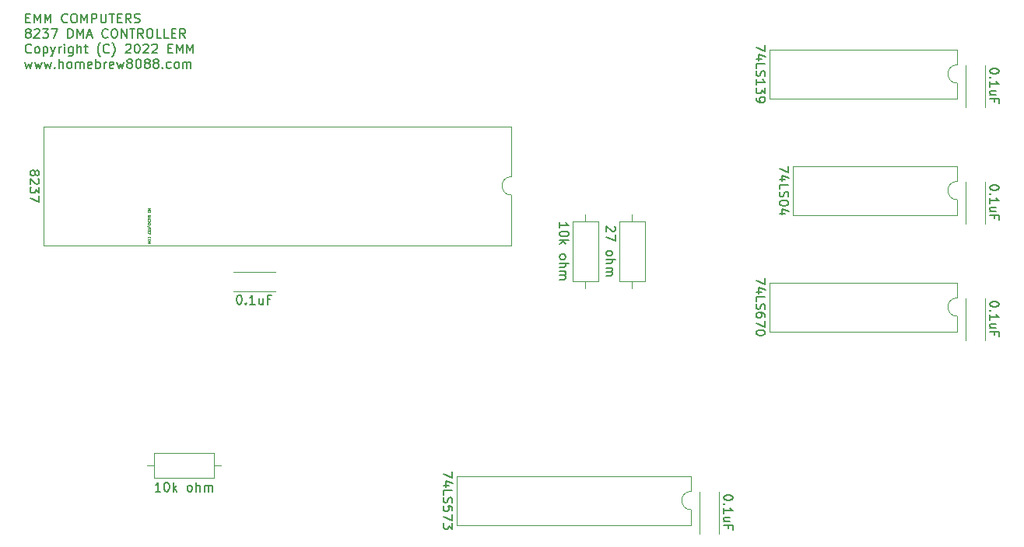
<source format=gbr>
G04 #@! TF.GenerationSoftware,KiCad,Pcbnew,(5.1.8)-1*
G04 #@! TF.CreationDate,2022-04-04T10:12:29-06:00*
G04 #@! TF.ProjectId,DMA,444d412e-6b69-4636-9164-5f7063625858,rev?*
G04 #@! TF.SameCoordinates,Original*
G04 #@! TF.FileFunction,Legend,Top*
G04 #@! TF.FilePolarity,Positive*
%FSLAX46Y46*%
G04 Gerber Fmt 4.6, Leading zero omitted, Abs format (unit mm)*
G04 Created by KiCad (PCBNEW (5.1.8)-1) date 2022-04-04 10:12:29*
%MOMM*%
%LPD*%
G01*
G04 APERTURE LIST*
%ADD10C,0.063500*%
%ADD11C,0.150000*%
%ADD12C,0.120000*%
G04 APERTURE END LIST*
D10*
X68711475Y-81399742D02*
X68965475Y-81399742D01*
X68711475Y-81544885D01*
X68965475Y-81544885D01*
X68965475Y-81714219D02*
X68965475Y-81762600D01*
X68953380Y-81786790D01*
X68929189Y-81810980D01*
X68880808Y-81823076D01*
X68796141Y-81823076D01*
X68747760Y-81810980D01*
X68723570Y-81786790D01*
X68711475Y-81762600D01*
X68711475Y-81714219D01*
X68723570Y-81690028D01*
X68747760Y-81665838D01*
X68796141Y-81653742D01*
X68880808Y-81653742D01*
X68929189Y-81665838D01*
X68953380Y-81690028D01*
X68965475Y-81714219D01*
X68711475Y-82125457D02*
X68965475Y-82125457D01*
X68965475Y-82185933D01*
X68953380Y-82222219D01*
X68929189Y-82246409D01*
X68904999Y-82258504D01*
X68856618Y-82270600D01*
X68820332Y-82270600D01*
X68771951Y-82258504D01*
X68747760Y-82246409D01*
X68723570Y-82222219D01*
X68711475Y-82185933D01*
X68711475Y-82125457D01*
X68784046Y-82367361D02*
X68784046Y-82488314D01*
X68711475Y-82343171D02*
X68965475Y-82427838D01*
X68711475Y-82512504D01*
X68735665Y-82742314D02*
X68723570Y-82730219D01*
X68711475Y-82693933D01*
X68711475Y-82669742D01*
X68723570Y-82633457D01*
X68747760Y-82609266D01*
X68771951Y-82597171D01*
X68820332Y-82585076D01*
X68856618Y-82585076D01*
X68904999Y-82597171D01*
X68929189Y-82609266D01*
X68953380Y-82633457D01*
X68965475Y-82669742D01*
X68965475Y-82693933D01*
X68953380Y-82730219D01*
X68941284Y-82742314D01*
X68711475Y-82851171D02*
X68965475Y-82851171D01*
X68711475Y-82996314D02*
X68856618Y-82887457D01*
X68965475Y-82996314D02*
X68820332Y-82851171D01*
X68965475Y-83153552D02*
X68965475Y-83177742D01*
X68953380Y-83201933D01*
X68941284Y-83214028D01*
X68917094Y-83226123D01*
X68868713Y-83238219D01*
X68808237Y-83238219D01*
X68759856Y-83226123D01*
X68735665Y-83214028D01*
X68723570Y-83201933D01*
X68711475Y-83177742D01*
X68711475Y-83153552D01*
X68723570Y-83129361D01*
X68735665Y-83117266D01*
X68759856Y-83105171D01*
X68808237Y-83093076D01*
X68868713Y-83093076D01*
X68917094Y-83105171D01*
X68941284Y-83117266D01*
X68953380Y-83129361D01*
X68965475Y-83153552D01*
X68977570Y-83528504D02*
X68650999Y-83310790D01*
X68711475Y-83758314D02*
X68832427Y-83673647D01*
X68711475Y-83613171D02*
X68965475Y-83613171D01*
X68965475Y-83709933D01*
X68953380Y-83734123D01*
X68941284Y-83746219D01*
X68917094Y-83758314D01*
X68880808Y-83758314D01*
X68856618Y-83746219D01*
X68844522Y-83734123D01*
X68832427Y-83709933D01*
X68832427Y-83613171D01*
X68844522Y-83867171D02*
X68844522Y-83951838D01*
X68711475Y-83988123D02*
X68711475Y-83867171D01*
X68965475Y-83867171D01*
X68965475Y-83988123D01*
X68844522Y-84181647D02*
X68844522Y-84096980D01*
X68711475Y-84096980D02*
X68965475Y-84096980D01*
X68965475Y-84217933D01*
X68735665Y-84653361D02*
X68723570Y-84641266D01*
X68711475Y-84604980D01*
X68711475Y-84580790D01*
X68723570Y-84544504D01*
X68747760Y-84520314D01*
X68771951Y-84508219D01*
X68820332Y-84496123D01*
X68856618Y-84496123D01*
X68904999Y-84508219D01*
X68929189Y-84520314D01*
X68953380Y-84544504D01*
X68965475Y-84580790D01*
X68965475Y-84604980D01*
X68953380Y-84641266D01*
X68941284Y-84653361D01*
X68965475Y-84810600D02*
X68965475Y-84858980D01*
X68953380Y-84883171D01*
X68929189Y-84907361D01*
X68880808Y-84919457D01*
X68796141Y-84919457D01*
X68747760Y-84907361D01*
X68723570Y-84883171D01*
X68711475Y-84858980D01*
X68711475Y-84810600D01*
X68723570Y-84786409D01*
X68747760Y-84762219D01*
X68796141Y-84750123D01*
X68880808Y-84750123D01*
X68929189Y-84762219D01*
X68953380Y-84786409D01*
X68965475Y-84810600D01*
X68711475Y-85028314D02*
X68965475Y-85028314D01*
X68711475Y-85173457D01*
X68965475Y-85173457D01*
D11*
X55445975Y-60674171D02*
X55779308Y-60674171D01*
X55922165Y-61197980D02*
X55445975Y-61197980D01*
X55445975Y-60197980D01*
X55922165Y-60197980D01*
X56350737Y-61197980D02*
X56350737Y-60197980D01*
X56684070Y-60912266D01*
X57017403Y-60197980D01*
X57017403Y-61197980D01*
X57493594Y-61197980D02*
X57493594Y-60197980D01*
X57826927Y-60912266D01*
X58160260Y-60197980D01*
X58160260Y-61197980D01*
X59969784Y-61102742D02*
X59922165Y-61150361D01*
X59779308Y-61197980D01*
X59684070Y-61197980D01*
X59541213Y-61150361D01*
X59445975Y-61055123D01*
X59398356Y-60959885D01*
X59350737Y-60769409D01*
X59350737Y-60626552D01*
X59398356Y-60436076D01*
X59445975Y-60340838D01*
X59541213Y-60245600D01*
X59684070Y-60197980D01*
X59779308Y-60197980D01*
X59922165Y-60245600D01*
X59969784Y-60293219D01*
X60588832Y-60197980D02*
X60779308Y-60197980D01*
X60874546Y-60245600D01*
X60969784Y-60340838D01*
X61017403Y-60531314D01*
X61017403Y-60864647D01*
X60969784Y-61055123D01*
X60874546Y-61150361D01*
X60779308Y-61197980D01*
X60588832Y-61197980D01*
X60493594Y-61150361D01*
X60398356Y-61055123D01*
X60350737Y-60864647D01*
X60350737Y-60531314D01*
X60398356Y-60340838D01*
X60493594Y-60245600D01*
X60588832Y-60197980D01*
X61445975Y-61197980D02*
X61445975Y-60197980D01*
X61779308Y-60912266D01*
X62112641Y-60197980D01*
X62112641Y-61197980D01*
X62588832Y-61197980D02*
X62588832Y-60197980D01*
X62969784Y-60197980D01*
X63065022Y-60245600D01*
X63112641Y-60293219D01*
X63160260Y-60388457D01*
X63160260Y-60531314D01*
X63112641Y-60626552D01*
X63065022Y-60674171D01*
X62969784Y-60721790D01*
X62588832Y-60721790D01*
X63588832Y-60197980D02*
X63588832Y-61007504D01*
X63636451Y-61102742D01*
X63684070Y-61150361D01*
X63779308Y-61197980D01*
X63969784Y-61197980D01*
X64065022Y-61150361D01*
X64112641Y-61102742D01*
X64160260Y-61007504D01*
X64160260Y-60197980D01*
X64493594Y-60197980D02*
X65065022Y-60197980D01*
X64779308Y-61197980D02*
X64779308Y-60197980D01*
X65398356Y-60674171D02*
X65731689Y-60674171D01*
X65874546Y-61197980D02*
X65398356Y-61197980D01*
X65398356Y-60197980D01*
X65874546Y-60197980D01*
X66874546Y-61197980D02*
X66541213Y-60721790D01*
X66303118Y-61197980D02*
X66303118Y-60197980D01*
X66684070Y-60197980D01*
X66779308Y-60245600D01*
X66826927Y-60293219D01*
X66874546Y-60388457D01*
X66874546Y-60531314D01*
X66826927Y-60626552D01*
X66779308Y-60674171D01*
X66684070Y-60721790D01*
X66303118Y-60721790D01*
X67255499Y-61150361D02*
X67398356Y-61197980D01*
X67636451Y-61197980D01*
X67731689Y-61150361D01*
X67779308Y-61102742D01*
X67826927Y-61007504D01*
X67826927Y-60912266D01*
X67779308Y-60817028D01*
X67731689Y-60769409D01*
X67636451Y-60721790D01*
X67445975Y-60674171D01*
X67350737Y-60626552D01*
X67303118Y-60578933D01*
X67255499Y-60483695D01*
X67255499Y-60388457D01*
X67303118Y-60293219D01*
X67350737Y-60245600D01*
X67445975Y-60197980D01*
X67684070Y-60197980D01*
X67826927Y-60245600D01*
X55588832Y-62276552D02*
X55493594Y-62228933D01*
X55445975Y-62181314D01*
X55398356Y-62086076D01*
X55398356Y-62038457D01*
X55445975Y-61943219D01*
X55493594Y-61895600D01*
X55588832Y-61847980D01*
X55779308Y-61847980D01*
X55874546Y-61895600D01*
X55922165Y-61943219D01*
X55969784Y-62038457D01*
X55969784Y-62086076D01*
X55922165Y-62181314D01*
X55874546Y-62228933D01*
X55779308Y-62276552D01*
X55588832Y-62276552D01*
X55493594Y-62324171D01*
X55445975Y-62371790D01*
X55398356Y-62467028D01*
X55398356Y-62657504D01*
X55445975Y-62752742D01*
X55493594Y-62800361D01*
X55588832Y-62847980D01*
X55779308Y-62847980D01*
X55874546Y-62800361D01*
X55922165Y-62752742D01*
X55969784Y-62657504D01*
X55969784Y-62467028D01*
X55922165Y-62371790D01*
X55874546Y-62324171D01*
X55779308Y-62276552D01*
X56350737Y-61943219D02*
X56398356Y-61895600D01*
X56493594Y-61847980D01*
X56731689Y-61847980D01*
X56826927Y-61895600D01*
X56874546Y-61943219D01*
X56922165Y-62038457D01*
X56922165Y-62133695D01*
X56874546Y-62276552D01*
X56303118Y-62847980D01*
X56922165Y-62847980D01*
X57255499Y-61847980D02*
X57874546Y-61847980D01*
X57541213Y-62228933D01*
X57684070Y-62228933D01*
X57779308Y-62276552D01*
X57826927Y-62324171D01*
X57874546Y-62419409D01*
X57874546Y-62657504D01*
X57826927Y-62752742D01*
X57779308Y-62800361D01*
X57684070Y-62847980D01*
X57398356Y-62847980D01*
X57303118Y-62800361D01*
X57255499Y-62752742D01*
X58207880Y-61847980D02*
X58874546Y-61847980D01*
X58445975Y-62847980D01*
X60017403Y-62847980D02*
X60017403Y-61847980D01*
X60255499Y-61847980D01*
X60398356Y-61895600D01*
X60493594Y-61990838D01*
X60541213Y-62086076D01*
X60588832Y-62276552D01*
X60588832Y-62419409D01*
X60541213Y-62609885D01*
X60493594Y-62705123D01*
X60398356Y-62800361D01*
X60255499Y-62847980D01*
X60017403Y-62847980D01*
X61017403Y-62847980D02*
X61017403Y-61847980D01*
X61350737Y-62562266D01*
X61684070Y-61847980D01*
X61684070Y-62847980D01*
X62112641Y-62562266D02*
X62588832Y-62562266D01*
X62017403Y-62847980D02*
X62350737Y-61847980D01*
X62684070Y-62847980D01*
X64350737Y-62752742D02*
X64303118Y-62800361D01*
X64160260Y-62847980D01*
X64065022Y-62847980D01*
X63922165Y-62800361D01*
X63826927Y-62705123D01*
X63779308Y-62609885D01*
X63731689Y-62419409D01*
X63731689Y-62276552D01*
X63779308Y-62086076D01*
X63826927Y-61990838D01*
X63922165Y-61895600D01*
X64065022Y-61847980D01*
X64160260Y-61847980D01*
X64303118Y-61895600D01*
X64350737Y-61943219D01*
X64969784Y-61847980D02*
X65160260Y-61847980D01*
X65255499Y-61895600D01*
X65350737Y-61990838D01*
X65398356Y-62181314D01*
X65398356Y-62514647D01*
X65350737Y-62705123D01*
X65255499Y-62800361D01*
X65160260Y-62847980D01*
X64969784Y-62847980D01*
X64874546Y-62800361D01*
X64779308Y-62705123D01*
X64731689Y-62514647D01*
X64731689Y-62181314D01*
X64779308Y-61990838D01*
X64874546Y-61895600D01*
X64969784Y-61847980D01*
X65826927Y-62847980D02*
X65826927Y-61847980D01*
X66398356Y-62847980D01*
X66398356Y-61847980D01*
X66731689Y-61847980D02*
X67303118Y-61847980D01*
X67017403Y-62847980D02*
X67017403Y-61847980D01*
X68207880Y-62847980D02*
X67874546Y-62371790D01*
X67636451Y-62847980D02*
X67636451Y-61847980D01*
X68017403Y-61847980D01*
X68112641Y-61895600D01*
X68160260Y-61943219D01*
X68207880Y-62038457D01*
X68207880Y-62181314D01*
X68160260Y-62276552D01*
X68112641Y-62324171D01*
X68017403Y-62371790D01*
X67636451Y-62371790D01*
X68826927Y-61847980D02*
X69017403Y-61847980D01*
X69112641Y-61895600D01*
X69207880Y-61990838D01*
X69255499Y-62181314D01*
X69255499Y-62514647D01*
X69207880Y-62705123D01*
X69112641Y-62800361D01*
X69017403Y-62847980D01*
X68826927Y-62847980D01*
X68731689Y-62800361D01*
X68636451Y-62705123D01*
X68588832Y-62514647D01*
X68588832Y-62181314D01*
X68636451Y-61990838D01*
X68731689Y-61895600D01*
X68826927Y-61847980D01*
X70160260Y-62847980D02*
X69684070Y-62847980D01*
X69684070Y-61847980D01*
X70969784Y-62847980D02*
X70493594Y-62847980D01*
X70493594Y-61847980D01*
X71303118Y-62324171D02*
X71636451Y-62324171D01*
X71779308Y-62847980D02*
X71303118Y-62847980D01*
X71303118Y-61847980D01*
X71779308Y-61847980D01*
X72779308Y-62847980D02*
X72445975Y-62371790D01*
X72207880Y-62847980D02*
X72207880Y-61847980D01*
X72588832Y-61847980D01*
X72684070Y-61895600D01*
X72731689Y-61943219D01*
X72779308Y-62038457D01*
X72779308Y-62181314D01*
X72731689Y-62276552D01*
X72684070Y-62324171D01*
X72588832Y-62371790D01*
X72207880Y-62371790D01*
X56017403Y-64402742D02*
X55969784Y-64450361D01*
X55826927Y-64497980D01*
X55731689Y-64497980D01*
X55588832Y-64450361D01*
X55493594Y-64355123D01*
X55445975Y-64259885D01*
X55398356Y-64069409D01*
X55398356Y-63926552D01*
X55445975Y-63736076D01*
X55493594Y-63640838D01*
X55588832Y-63545600D01*
X55731689Y-63497980D01*
X55826927Y-63497980D01*
X55969784Y-63545600D01*
X56017403Y-63593219D01*
X56588832Y-64497980D02*
X56493594Y-64450361D01*
X56445975Y-64402742D01*
X56398356Y-64307504D01*
X56398356Y-64021790D01*
X56445975Y-63926552D01*
X56493594Y-63878933D01*
X56588832Y-63831314D01*
X56731689Y-63831314D01*
X56826927Y-63878933D01*
X56874546Y-63926552D01*
X56922165Y-64021790D01*
X56922165Y-64307504D01*
X56874546Y-64402742D01*
X56826927Y-64450361D01*
X56731689Y-64497980D01*
X56588832Y-64497980D01*
X57350737Y-63831314D02*
X57350737Y-64831314D01*
X57350737Y-63878933D02*
X57445975Y-63831314D01*
X57636451Y-63831314D01*
X57731689Y-63878933D01*
X57779308Y-63926552D01*
X57826927Y-64021790D01*
X57826927Y-64307504D01*
X57779308Y-64402742D01*
X57731689Y-64450361D01*
X57636451Y-64497980D01*
X57445975Y-64497980D01*
X57350737Y-64450361D01*
X58160260Y-63831314D02*
X58398356Y-64497980D01*
X58636451Y-63831314D02*
X58398356Y-64497980D01*
X58303118Y-64736076D01*
X58255499Y-64783695D01*
X58160260Y-64831314D01*
X59017403Y-64497980D02*
X59017403Y-63831314D01*
X59017403Y-64021790D02*
X59065022Y-63926552D01*
X59112641Y-63878933D01*
X59207880Y-63831314D01*
X59303118Y-63831314D01*
X59636451Y-64497980D02*
X59636451Y-63831314D01*
X59636451Y-63497980D02*
X59588832Y-63545600D01*
X59636451Y-63593219D01*
X59684070Y-63545600D01*
X59636451Y-63497980D01*
X59636451Y-63593219D01*
X60541213Y-63831314D02*
X60541213Y-64640838D01*
X60493594Y-64736076D01*
X60445975Y-64783695D01*
X60350737Y-64831314D01*
X60207880Y-64831314D01*
X60112641Y-64783695D01*
X60541213Y-64450361D02*
X60445975Y-64497980D01*
X60255499Y-64497980D01*
X60160260Y-64450361D01*
X60112641Y-64402742D01*
X60065022Y-64307504D01*
X60065022Y-64021790D01*
X60112641Y-63926552D01*
X60160260Y-63878933D01*
X60255499Y-63831314D01*
X60445975Y-63831314D01*
X60541213Y-63878933D01*
X61017403Y-64497980D02*
X61017403Y-63497980D01*
X61445975Y-64497980D02*
X61445975Y-63974171D01*
X61398356Y-63878933D01*
X61303118Y-63831314D01*
X61160260Y-63831314D01*
X61065022Y-63878933D01*
X61017403Y-63926552D01*
X61779308Y-63831314D02*
X62160260Y-63831314D01*
X61922165Y-63497980D02*
X61922165Y-64355123D01*
X61969784Y-64450361D01*
X62065022Y-64497980D01*
X62160260Y-64497980D01*
X63541213Y-64878933D02*
X63493594Y-64831314D01*
X63398356Y-64688457D01*
X63350737Y-64593219D01*
X63303118Y-64450361D01*
X63255499Y-64212266D01*
X63255499Y-64021790D01*
X63303118Y-63783695D01*
X63350737Y-63640838D01*
X63398356Y-63545600D01*
X63493594Y-63402742D01*
X63541213Y-63355123D01*
X64493594Y-64402742D02*
X64445975Y-64450361D01*
X64303118Y-64497980D01*
X64207880Y-64497980D01*
X64065022Y-64450361D01*
X63969784Y-64355123D01*
X63922165Y-64259885D01*
X63874546Y-64069409D01*
X63874546Y-63926552D01*
X63922165Y-63736076D01*
X63969784Y-63640838D01*
X64065022Y-63545600D01*
X64207880Y-63497980D01*
X64303118Y-63497980D01*
X64445975Y-63545600D01*
X64493594Y-63593219D01*
X64826927Y-64878933D02*
X64874546Y-64831314D01*
X64969784Y-64688457D01*
X65017403Y-64593219D01*
X65065022Y-64450361D01*
X65112641Y-64212266D01*
X65112641Y-64021790D01*
X65065022Y-63783695D01*
X65017403Y-63640838D01*
X64969784Y-63545600D01*
X64874546Y-63402742D01*
X64826927Y-63355123D01*
X66303118Y-63593219D02*
X66350737Y-63545600D01*
X66445975Y-63497980D01*
X66684070Y-63497980D01*
X66779308Y-63545600D01*
X66826927Y-63593219D01*
X66874546Y-63688457D01*
X66874546Y-63783695D01*
X66826927Y-63926552D01*
X66255499Y-64497980D01*
X66874546Y-64497980D01*
X67493594Y-63497980D02*
X67588832Y-63497980D01*
X67684070Y-63545600D01*
X67731689Y-63593219D01*
X67779308Y-63688457D01*
X67826927Y-63878933D01*
X67826927Y-64117028D01*
X67779308Y-64307504D01*
X67731689Y-64402742D01*
X67684070Y-64450361D01*
X67588832Y-64497980D01*
X67493594Y-64497980D01*
X67398356Y-64450361D01*
X67350737Y-64402742D01*
X67303118Y-64307504D01*
X67255499Y-64117028D01*
X67255499Y-63878933D01*
X67303118Y-63688457D01*
X67350737Y-63593219D01*
X67398356Y-63545600D01*
X67493594Y-63497980D01*
X68207880Y-63593219D02*
X68255499Y-63545600D01*
X68350737Y-63497980D01*
X68588832Y-63497980D01*
X68684070Y-63545600D01*
X68731689Y-63593219D01*
X68779308Y-63688457D01*
X68779308Y-63783695D01*
X68731689Y-63926552D01*
X68160260Y-64497980D01*
X68779308Y-64497980D01*
X69160260Y-63593219D02*
X69207880Y-63545600D01*
X69303118Y-63497980D01*
X69541213Y-63497980D01*
X69636451Y-63545600D01*
X69684070Y-63593219D01*
X69731689Y-63688457D01*
X69731689Y-63783695D01*
X69684070Y-63926552D01*
X69112641Y-64497980D01*
X69731689Y-64497980D01*
X70922165Y-63974171D02*
X71255499Y-63974171D01*
X71398356Y-64497980D02*
X70922165Y-64497980D01*
X70922165Y-63497980D01*
X71398356Y-63497980D01*
X71826927Y-64497980D02*
X71826927Y-63497980D01*
X72160260Y-64212266D01*
X72493594Y-63497980D01*
X72493594Y-64497980D01*
X72969784Y-64497980D02*
X72969784Y-63497980D01*
X73303118Y-64212266D01*
X73636451Y-63497980D01*
X73636451Y-64497980D01*
X55350737Y-65481314D02*
X55541213Y-66147980D01*
X55731689Y-65671790D01*
X55922165Y-66147980D01*
X56112641Y-65481314D01*
X56398356Y-65481314D02*
X56588832Y-66147980D01*
X56779308Y-65671790D01*
X56969784Y-66147980D01*
X57160260Y-65481314D01*
X57445975Y-65481314D02*
X57636451Y-66147980D01*
X57826927Y-65671790D01*
X58017403Y-66147980D01*
X58207880Y-65481314D01*
X58588832Y-66052742D02*
X58636451Y-66100361D01*
X58588832Y-66147980D01*
X58541213Y-66100361D01*
X58588832Y-66052742D01*
X58588832Y-66147980D01*
X59065022Y-66147980D02*
X59065022Y-65147980D01*
X59493594Y-66147980D02*
X59493594Y-65624171D01*
X59445975Y-65528933D01*
X59350737Y-65481314D01*
X59207880Y-65481314D01*
X59112641Y-65528933D01*
X59065022Y-65576552D01*
X60112641Y-66147980D02*
X60017403Y-66100361D01*
X59969784Y-66052742D01*
X59922165Y-65957504D01*
X59922165Y-65671790D01*
X59969784Y-65576552D01*
X60017403Y-65528933D01*
X60112641Y-65481314D01*
X60255499Y-65481314D01*
X60350737Y-65528933D01*
X60398356Y-65576552D01*
X60445975Y-65671790D01*
X60445975Y-65957504D01*
X60398356Y-66052742D01*
X60350737Y-66100361D01*
X60255499Y-66147980D01*
X60112641Y-66147980D01*
X60874546Y-66147980D02*
X60874546Y-65481314D01*
X60874546Y-65576552D02*
X60922165Y-65528933D01*
X61017403Y-65481314D01*
X61160260Y-65481314D01*
X61255499Y-65528933D01*
X61303118Y-65624171D01*
X61303118Y-66147980D01*
X61303118Y-65624171D02*
X61350737Y-65528933D01*
X61445975Y-65481314D01*
X61588832Y-65481314D01*
X61684070Y-65528933D01*
X61731689Y-65624171D01*
X61731689Y-66147980D01*
X62588832Y-66100361D02*
X62493594Y-66147980D01*
X62303118Y-66147980D01*
X62207880Y-66100361D01*
X62160260Y-66005123D01*
X62160260Y-65624171D01*
X62207880Y-65528933D01*
X62303118Y-65481314D01*
X62493594Y-65481314D01*
X62588832Y-65528933D01*
X62636451Y-65624171D01*
X62636451Y-65719409D01*
X62160260Y-65814647D01*
X63065022Y-66147980D02*
X63065022Y-65147980D01*
X63065022Y-65528933D02*
X63160260Y-65481314D01*
X63350737Y-65481314D01*
X63445975Y-65528933D01*
X63493594Y-65576552D01*
X63541213Y-65671790D01*
X63541213Y-65957504D01*
X63493594Y-66052742D01*
X63445975Y-66100361D01*
X63350737Y-66147980D01*
X63160260Y-66147980D01*
X63065022Y-66100361D01*
X63969784Y-66147980D02*
X63969784Y-65481314D01*
X63969784Y-65671790D02*
X64017403Y-65576552D01*
X64065022Y-65528933D01*
X64160260Y-65481314D01*
X64255499Y-65481314D01*
X64969784Y-66100361D02*
X64874546Y-66147980D01*
X64684070Y-66147980D01*
X64588832Y-66100361D01*
X64541213Y-66005123D01*
X64541213Y-65624171D01*
X64588832Y-65528933D01*
X64684070Y-65481314D01*
X64874546Y-65481314D01*
X64969784Y-65528933D01*
X65017403Y-65624171D01*
X65017403Y-65719409D01*
X64541213Y-65814647D01*
X65350737Y-65481314D02*
X65541213Y-66147980D01*
X65731689Y-65671790D01*
X65922165Y-66147980D01*
X66112641Y-65481314D01*
X66636451Y-65576552D02*
X66541213Y-65528933D01*
X66493594Y-65481314D01*
X66445975Y-65386076D01*
X66445975Y-65338457D01*
X66493594Y-65243219D01*
X66541213Y-65195600D01*
X66636451Y-65147980D01*
X66826927Y-65147980D01*
X66922165Y-65195600D01*
X66969784Y-65243219D01*
X67017403Y-65338457D01*
X67017403Y-65386076D01*
X66969784Y-65481314D01*
X66922165Y-65528933D01*
X66826927Y-65576552D01*
X66636451Y-65576552D01*
X66541213Y-65624171D01*
X66493594Y-65671790D01*
X66445975Y-65767028D01*
X66445975Y-65957504D01*
X66493594Y-66052742D01*
X66541213Y-66100361D01*
X66636451Y-66147980D01*
X66826927Y-66147980D01*
X66922165Y-66100361D01*
X66969784Y-66052742D01*
X67017403Y-65957504D01*
X67017403Y-65767028D01*
X66969784Y-65671790D01*
X66922165Y-65624171D01*
X66826927Y-65576552D01*
X67636451Y-65147980D02*
X67731689Y-65147980D01*
X67826927Y-65195600D01*
X67874546Y-65243219D01*
X67922165Y-65338457D01*
X67969784Y-65528933D01*
X67969784Y-65767028D01*
X67922165Y-65957504D01*
X67874546Y-66052742D01*
X67826927Y-66100361D01*
X67731689Y-66147980D01*
X67636451Y-66147980D01*
X67541213Y-66100361D01*
X67493594Y-66052742D01*
X67445975Y-65957504D01*
X67398356Y-65767028D01*
X67398356Y-65528933D01*
X67445975Y-65338457D01*
X67493594Y-65243219D01*
X67541213Y-65195600D01*
X67636451Y-65147980D01*
X68541213Y-65576552D02*
X68445975Y-65528933D01*
X68398356Y-65481314D01*
X68350737Y-65386076D01*
X68350737Y-65338457D01*
X68398356Y-65243219D01*
X68445975Y-65195600D01*
X68541213Y-65147980D01*
X68731689Y-65147980D01*
X68826927Y-65195600D01*
X68874546Y-65243219D01*
X68922165Y-65338457D01*
X68922165Y-65386076D01*
X68874546Y-65481314D01*
X68826927Y-65528933D01*
X68731689Y-65576552D01*
X68541213Y-65576552D01*
X68445975Y-65624171D01*
X68398356Y-65671790D01*
X68350737Y-65767028D01*
X68350737Y-65957504D01*
X68398356Y-66052742D01*
X68445975Y-66100361D01*
X68541213Y-66147980D01*
X68731689Y-66147980D01*
X68826927Y-66100361D01*
X68874546Y-66052742D01*
X68922165Y-65957504D01*
X68922165Y-65767028D01*
X68874546Y-65671790D01*
X68826927Y-65624171D01*
X68731689Y-65576552D01*
X69493594Y-65576552D02*
X69398356Y-65528933D01*
X69350737Y-65481314D01*
X69303118Y-65386076D01*
X69303118Y-65338457D01*
X69350737Y-65243219D01*
X69398356Y-65195600D01*
X69493594Y-65147980D01*
X69684070Y-65147980D01*
X69779308Y-65195600D01*
X69826927Y-65243219D01*
X69874546Y-65338457D01*
X69874546Y-65386076D01*
X69826927Y-65481314D01*
X69779308Y-65528933D01*
X69684070Y-65576552D01*
X69493594Y-65576552D01*
X69398356Y-65624171D01*
X69350737Y-65671790D01*
X69303118Y-65767028D01*
X69303118Y-65957504D01*
X69350737Y-66052742D01*
X69398356Y-66100361D01*
X69493594Y-66147980D01*
X69684070Y-66147980D01*
X69779308Y-66100361D01*
X69826927Y-66052742D01*
X69874546Y-65957504D01*
X69874546Y-65767028D01*
X69826927Y-65671790D01*
X69779308Y-65624171D01*
X69684070Y-65576552D01*
X70303118Y-66052742D02*
X70350737Y-66100361D01*
X70303118Y-66147980D01*
X70255499Y-66100361D01*
X70303118Y-66052742D01*
X70303118Y-66147980D01*
X71207880Y-66100361D02*
X71112641Y-66147980D01*
X70922165Y-66147980D01*
X70826927Y-66100361D01*
X70779308Y-66052742D01*
X70731689Y-65957504D01*
X70731689Y-65671790D01*
X70779308Y-65576552D01*
X70826927Y-65528933D01*
X70922165Y-65481314D01*
X71112641Y-65481314D01*
X71207880Y-65528933D01*
X71779308Y-66147980D02*
X71684070Y-66100361D01*
X71636451Y-66052742D01*
X71588832Y-65957504D01*
X71588832Y-65671790D01*
X71636451Y-65576552D01*
X71684070Y-65528933D01*
X71779308Y-65481314D01*
X71922165Y-65481314D01*
X72017403Y-65528933D01*
X72065022Y-65576552D01*
X72112641Y-65671790D01*
X72112641Y-65957504D01*
X72065022Y-66052742D01*
X72017403Y-66100361D01*
X71922165Y-66147980D01*
X71779308Y-66147980D01*
X72541213Y-66147980D02*
X72541213Y-65481314D01*
X72541213Y-65576552D02*
X72588832Y-65528933D01*
X72684070Y-65481314D01*
X72826927Y-65481314D01*
X72922165Y-65528933D01*
X72969784Y-65624171D01*
X72969784Y-66147980D01*
X72969784Y-65624171D02*
X73017403Y-65528933D01*
X73112641Y-65481314D01*
X73255499Y-65481314D01*
X73350737Y-65528933D01*
X73398356Y-65624171D01*
X73398356Y-66147980D01*
D12*
G04 #@! TO.C,R3*
X121404380Y-90120600D02*
X121404380Y-89350600D01*
X121404380Y-82040600D02*
X121404380Y-82810600D01*
X122774380Y-89350600D02*
X122774380Y-82810600D01*
X120034380Y-89350600D02*
X122774380Y-89350600D01*
X120034380Y-82810600D02*
X120034380Y-89350600D01*
X122774380Y-82810600D02*
X120034380Y-82810600D01*
G04 #@! TO.C,R1*
X69366380Y-108078600D02*
X69366380Y-110818600D01*
X69366380Y-110818600D02*
X75906380Y-110818600D01*
X75906380Y-110818600D02*
X75906380Y-108078600D01*
X75906380Y-108078600D02*
X69366380Y-108078600D01*
X68596380Y-109448600D02*
X69366380Y-109448600D01*
X76676380Y-109448600D02*
X75906380Y-109448600D01*
G04 #@! TO.C,U2*
X156770380Y-69426600D02*
X156770380Y-67776600D01*
X136330380Y-69426600D02*
X156770380Y-69426600D01*
X136330380Y-64126600D02*
X136330380Y-69426600D01*
X156770380Y-64126600D02*
X136330380Y-64126600D01*
X156770380Y-65776600D02*
X156770380Y-64126600D01*
X156770380Y-67776600D02*
G75*
G02*
X156770380Y-65776600I0J1000000D01*
G01*
G04 #@! TO.C,U1*
X108256380Y-85428600D02*
X108256380Y-79968600D01*
X57336380Y-85428600D02*
X108256380Y-85428600D01*
X57336380Y-72508600D02*
X57336380Y-85428600D01*
X108256380Y-72508600D02*
X57336380Y-72508600D01*
X108256380Y-77968600D02*
X108256380Y-72508600D01*
X108256380Y-79968600D02*
G75*
G02*
X108256380Y-77968600I0J1000000D01*
G01*
G04 #@! TO.C,U4*
X156770380Y-94826600D02*
X156770380Y-93176600D01*
X136330380Y-94826600D02*
X156770380Y-94826600D01*
X136330380Y-89526600D02*
X136330380Y-94826600D01*
X156770380Y-89526600D02*
X136330380Y-89526600D01*
X156770380Y-91176600D02*
X156770380Y-89526600D01*
X156770380Y-93176600D02*
G75*
G02*
X156770380Y-91176600I0J1000000D01*
G01*
G04 #@! TO.C,U3*
X156770380Y-82126600D02*
X156770380Y-80476600D01*
X138870380Y-82126600D02*
X156770380Y-82126600D01*
X138870380Y-76826600D02*
X138870380Y-82126600D01*
X156770380Y-76826600D02*
X138870380Y-76826600D01*
X156770380Y-78476600D02*
X156770380Y-76826600D01*
X156770380Y-80476600D02*
G75*
G02*
X156770380Y-78476600I0J1000000D01*
G01*
G04 #@! TO.C,R2*
X116324380Y-90120600D02*
X116324380Y-89350600D01*
X116324380Y-82040600D02*
X116324380Y-82810600D01*
X117694380Y-89350600D02*
X117694380Y-82810600D01*
X114954380Y-89350600D02*
X117694380Y-89350600D01*
X114954380Y-82810600D02*
X114954380Y-89350600D01*
X117694380Y-82810600D02*
X114954380Y-82810600D01*
G04 #@! TO.C,C5*
X128731380Y-116838600D02*
X128716380Y-116838600D01*
X130856380Y-116838600D02*
X130841380Y-116838600D01*
X128731380Y-112298600D02*
X128716380Y-112298600D01*
X130856380Y-112298600D02*
X130841380Y-112298600D01*
X128716380Y-112298600D02*
X128716380Y-116838600D01*
X130856380Y-112298600D02*
X130856380Y-116838600D01*
G04 #@! TO.C,C4*
X157687380Y-95756600D02*
X157672380Y-95756600D01*
X159812380Y-95756600D02*
X159797380Y-95756600D01*
X157687380Y-91216600D02*
X157672380Y-91216600D01*
X159812380Y-91216600D02*
X159797380Y-91216600D01*
X157672380Y-91216600D02*
X157672380Y-95756600D01*
X159812380Y-91216600D02*
X159812380Y-95756600D01*
G04 #@! TO.C,C3*
X157687380Y-83056600D02*
X157672380Y-83056600D01*
X159812380Y-83056600D02*
X159797380Y-83056600D01*
X157687380Y-78516600D02*
X157672380Y-78516600D01*
X159812380Y-78516600D02*
X159797380Y-78516600D01*
X157672380Y-78516600D02*
X157672380Y-83056600D01*
X159812380Y-78516600D02*
X159812380Y-83056600D01*
G04 #@! TO.C,C2*
X157687380Y-70356600D02*
X157672380Y-70356600D01*
X159812380Y-70356600D02*
X159797380Y-70356600D01*
X157687380Y-65816600D02*
X157672380Y-65816600D01*
X159812380Y-65816600D02*
X159797380Y-65816600D01*
X157672380Y-65816600D02*
X157672380Y-70356600D01*
X159812380Y-65816600D02*
X159812380Y-70356600D01*
G04 #@! TO.C,C1*
X82566380Y-90437600D02*
X82566380Y-90452600D01*
X82566380Y-88312600D02*
X82566380Y-88327600D01*
X78026380Y-90437600D02*
X78026380Y-90452600D01*
X78026380Y-88312600D02*
X78026380Y-88327600D01*
X78026380Y-90452600D02*
X82566380Y-90452600D01*
X78026380Y-88312600D02*
X82566380Y-88312600D01*
G04 #@! TO.C,U5*
X127814380Y-112258600D02*
X127814380Y-110608600D01*
X127814380Y-110608600D02*
X102294380Y-110608600D01*
X102294380Y-110608600D02*
X102294380Y-115908600D01*
X102294380Y-115908600D02*
X127814380Y-115908600D01*
X127814380Y-115908600D02*
X127814380Y-114258600D01*
X127814380Y-114258600D02*
G75*
G02*
X127814380Y-112258600I0J1000000D01*
G01*
G04 #@! TO.C,R3*
D11*
X119486760Y-83366314D02*
X119534380Y-83413933D01*
X119581999Y-83509171D01*
X119581999Y-83747266D01*
X119534380Y-83842504D01*
X119486760Y-83890123D01*
X119391522Y-83937742D01*
X119296284Y-83937742D01*
X119153427Y-83890123D01*
X118581999Y-83318695D01*
X118581999Y-83937742D01*
X119581999Y-84271076D02*
X119581999Y-84937742D01*
X118581999Y-84509171D01*
X118581999Y-86223457D02*
X118629618Y-86128219D01*
X118677237Y-86080600D01*
X118772475Y-86032980D01*
X119058189Y-86032980D01*
X119153427Y-86080600D01*
X119201046Y-86128219D01*
X119248665Y-86223457D01*
X119248665Y-86366314D01*
X119201046Y-86461552D01*
X119153427Y-86509171D01*
X119058189Y-86556790D01*
X118772475Y-86556790D01*
X118677237Y-86509171D01*
X118629618Y-86461552D01*
X118581999Y-86366314D01*
X118581999Y-86223457D01*
X118581999Y-86985361D02*
X119581999Y-86985361D01*
X118581999Y-87413933D02*
X119105808Y-87413933D01*
X119201046Y-87366314D01*
X119248665Y-87271076D01*
X119248665Y-87128219D01*
X119201046Y-87032980D01*
X119153427Y-86985361D01*
X118581999Y-87890123D02*
X119248665Y-87890123D01*
X119153427Y-87890123D02*
X119201046Y-87937742D01*
X119248665Y-88032980D01*
X119248665Y-88175838D01*
X119201046Y-88271076D01*
X119105808Y-88318695D01*
X118581999Y-88318695D01*
X119105808Y-88318695D02*
X119201046Y-88366314D01*
X119248665Y-88461552D01*
X119248665Y-88604409D01*
X119201046Y-88699647D01*
X119105808Y-88747266D01*
X118581999Y-88747266D01*
G04 #@! TO.C,R1*
X70088760Y-112270980D02*
X69517332Y-112270980D01*
X69803046Y-112270980D02*
X69803046Y-111270980D01*
X69707808Y-111413838D01*
X69612570Y-111509076D01*
X69517332Y-111556695D01*
X70707808Y-111270980D02*
X70803046Y-111270980D01*
X70898284Y-111318600D01*
X70945903Y-111366219D01*
X70993522Y-111461457D01*
X71041141Y-111651933D01*
X71041141Y-111890028D01*
X70993522Y-112080504D01*
X70945903Y-112175742D01*
X70898284Y-112223361D01*
X70803046Y-112270980D01*
X70707808Y-112270980D01*
X70612570Y-112223361D01*
X70564951Y-112175742D01*
X70517332Y-112080504D01*
X70469713Y-111890028D01*
X70469713Y-111651933D01*
X70517332Y-111461457D01*
X70564951Y-111366219D01*
X70612570Y-111318600D01*
X70707808Y-111270980D01*
X71469713Y-112270980D02*
X71469713Y-111270980D01*
X71564951Y-111890028D02*
X71850665Y-112270980D01*
X71850665Y-111604314D02*
X71469713Y-111985266D01*
X73183999Y-112270980D02*
X73088760Y-112223361D01*
X73041141Y-112175742D01*
X72993522Y-112080504D01*
X72993522Y-111794790D01*
X73041141Y-111699552D01*
X73088760Y-111651933D01*
X73183999Y-111604314D01*
X73326856Y-111604314D01*
X73422094Y-111651933D01*
X73469713Y-111699552D01*
X73517332Y-111794790D01*
X73517332Y-112080504D01*
X73469713Y-112175742D01*
X73422094Y-112223361D01*
X73326856Y-112270980D01*
X73183999Y-112270980D01*
X73945903Y-112270980D02*
X73945903Y-111270980D01*
X74374475Y-112270980D02*
X74374475Y-111747171D01*
X74326856Y-111651933D01*
X74231618Y-111604314D01*
X74088760Y-111604314D01*
X73993522Y-111651933D01*
X73945903Y-111699552D01*
X74850665Y-112270980D02*
X74850665Y-111604314D01*
X74850665Y-111699552D02*
X74898284Y-111651933D01*
X74993522Y-111604314D01*
X75136380Y-111604314D01*
X75231618Y-111651933D01*
X75279237Y-111747171D01*
X75279237Y-112270980D01*
X75279237Y-111747171D02*
X75326856Y-111651933D01*
X75422094Y-111604314D01*
X75564951Y-111604314D01*
X75660189Y-111651933D01*
X75707808Y-111747171D01*
X75707808Y-112270980D01*
G04 #@! TO.C,U2*
X135877999Y-63657552D02*
X135877999Y-64324219D01*
X134877999Y-63895647D01*
X135544665Y-65133742D02*
X134877999Y-65133742D01*
X135925618Y-64895647D02*
X135211332Y-64657552D01*
X135211332Y-65276600D01*
X134877999Y-66133742D02*
X134877999Y-65657552D01*
X135877999Y-65657552D01*
X134925618Y-66419457D02*
X134877999Y-66562314D01*
X134877999Y-66800409D01*
X134925618Y-66895647D01*
X134973237Y-66943266D01*
X135068475Y-66990885D01*
X135163713Y-66990885D01*
X135258951Y-66943266D01*
X135306570Y-66895647D01*
X135354189Y-66800409D01*
X135401808Y-66609933D01*
X135449427Y-66514695D01*
X135497046Y-66467076D01*
X135592284Y-66419457D01*
X135687522Y-66419457D01*
X135782760Y-66467076D01*
X135830380Y-66514695D01*
X135877999Y-66609933D01*
X135877999Y-66848028D01*
X135830380Y-66990885D01*
X134877999Y-67943266D02*
X134877999Y-67371838D01*
X134877999Y-67657552D02*
X135877999Y-67657552D01*
X135735141Y-67562314D01*
X135639903Y-67467076D01*
X135592284Y-67371838D01*
X135877999Y-68276600D02*
X135877999Y-68895647D01*
X135497046Y-68562314D01*
X135497046Y-68705171D01*
X135449427Y-68800409D01*
X135401808Y-68848028D01*
X135306570Y-68895647D01*
X135068475Y-68895647D01*
X134973237Y-68848028D01*
X134925618Y-68800409D01*
X134877999Y-68705171D01*
X134877999Y-68419457D01*
X134925618Y-68324219D01*
X134973237Y-68276600D01*
X134877999Y-69371838D02*
X134877999Y-69562314D01*
X134925618Y-69657552D01*
X134973237Y-69705171D01*
X135116094Y-69800409D01*
X135306570Y-69848028D01*
X135687522Y-69848028D01*
X135782760Y-69800409D01*
X135830380Y-69752790D01*
X135877999Y-69657552D01*
X135877999Y-69467076D01*
X135830380Y-69371838D01*
X135782760Y-69324219D01*
X135687522Y-69276600D01*
X135449427Y-69276600D01*
X135354189Y-69324219D01*
X135306570Y-69371838D01*
X135258951Y-69467076D01*
X135258951Y-69657552D01*
X135306570Y-69752790D01*
X135354189Y-69800409D01*
X135449427Y-69848028D01*
G04 #@! TO.C,U1*
X56455427Y-77444790D02*
X56503046Y-77349552D01*
X56550665Y-77301933D01*
X56645903Y-77254314D01*
X56693522Y-77254314D01*
X56788760Y-77301933D01*
X56836380Y-77349552D01*
X56883999Y-77444790D01*
X56883999Y-77635266D01*
X56836380Y-77730504D01*
X56788760Y-77778123D01*
X56693522Y-77825742D01*
X56645903Y-77825742D01*
X56550665Y-77778123D01*
X56503046Y-77730504D01*
X56455427Y-77635266D01*
X56455427Y-77444790D01*
X56407808Y-77349552D01*
X56360189Y-77301933D01*
X56264951Y-77254314D01*
X56074475Y-77254314D01*
X55979237Y-77301933D01*
X55931618Y-77349552D01*
X55883999Y-77444790D01*
X55883999Y-77635266D01*
X55931618Y-77730504D01*
X55979237Y-77778123D01*
X56074475Y-77825742D01*
X56264951Y-77825742D01*
X56360189Y-77778123D01*
X56407808Y-77730504D01*
X56455427Y-77635266D01*
X56788760Y-78206695D02*
X56836380Y-78254314D01*
X56883999Y-78349552D01*
X56883999Y-78587647D01*
X56836380Y-78682885D01*
X56788760Y-78730504D01*
X56693522Y-78778123D01*
X56598284Y-78778123D01*
X56455427Y-78730504D01*
X55883999Y-78159076D01*
X55883999Y-78778123D01*
X56883999Y-79111457D02*
X56883999Y-79730504D01*
X56503046Y-79397171D01*
X56503046Y-79540028D01*
X56455427Y-79635266D01*
X56407808Y-79682885D01*
X56312570Y-79730504D01*
X56074475Y-79730504D01*
X55979237Y-79682885D01*
X55931618Y-79635266D01*
X55883999Y-79540028D01*
X55883999Y-79254314D01*
X55931618Y-79159076D01*
X55979237Y-79111457D01*
X56883999Y-80063838D02*
X56883999Y-80730504D01*
X55883999Y-80301933D01*
G04 #@! TO.C,U4*
X135877999Y-89057552D02*
X135877999Y-89724219D01*
X134877999Y-89295647D01*
X135544665Y-90533742D02*
X134877999Y-90533742D01*
X135925618Y-90295647D02*
X135211332Y-90057552D01*
X135211332Y-90676600D01*
X134877999Y-91533742D02*
X134877999Y-91057552D01*
X135877999Y-91057552D01*
X134925618Y-91819457D02*
X134877999Y-91962314D01*
X134877999Y-92200409D01*
X134925618Y-92295647D01*
X134973237Y-92343266D01*
X135068475Y-92390885D01*
X135163713Y-92390885D01*
X135258951Y-92343266D01*
X135306570Y-92295647D01*
X135354189Y-92200409D01*
X135401808Y-92009933D01*
X135449427Y-91914695D01*
X135497046Y-91867076D01*
X135592284Y-91819457D01*
X135687522Y-91819457D01*
X135782760Y-91867076D01*
X135830380Y-91914695D01*
X135877999Y-92009933D01*
X135877999Y-92248028D01*
X135830380Y-92390885D01*
X135877999Y-93248028D02*
X135877999Y-93057552D01*
X135830380Y-92962314D01*
X135782760Y-92914695D01*
X135639903Y-92819457D01*
X135449427Y-92771838D01*
X135068475Y-92771838D01*
X134973237Y-92819457D01*
X134925618Y-92867076D01*
X134877999Y-92962314D01*
X134877999Y-93152790D01*
X134925618Y-93248028D01*
X134973237Y-93295647D01*
X135068475Y-93343266D01*
X135306570Y-93343266D01*
X135401808Y-93295647D01*
X135449427Y-93248028D01*
X135497046Y-93152790D01*
X135497046Y-92962314D01*
X135449427Y-92867076D01*
X135401808Y-92819457D01*
X135306570Y-92771838D01*
X135877999Y-93676600D02*
X135877999Y-94343266D01*
X134877999Y-93914695D01*
X135877999Y-94914695D02*
X135877999Y-95009933D01*
X135830380Y-95105171D01*
X135782760Y-95152790D01*
X135687522Y-95200409D01*
X135497046Y-95248028D01*
X135258951Y-95248028D01*
X135068475Y-95200409D01*
X134973237Y-95152790D01*
X134925618Y-95105171D01*
X134877999Y-95009933D01*
X134877999Y-94914695D01*
X134925618Y-94819457D01*
X134973237Y-94771838D01*
X135068475Y-94724219D01*
X135258951Y-94676600D01*
X135497046Y-94676600D01*
X135687522Y-94724219D01*
X135782760Y-94771838D01*
X135830380Y-94819457D01*
X135877999Y-94914695D01*
G04 #@! TO.C,U3*
X138417999Y-76833742D02*
X138417999Y-77500409D01*
X137417999Y-77071838D01*
X138084665Y-78309933D02*
X137417999Y-78309933D01*
X138465618Y-78071838D02*
X137751332Y-77833742D01*
X137751332Y-78452790D01*
X137417999Y-79309933D02*
X137417999Y-78833742D01*
X138417999Y-78833742D01*
X137465618Y-79595647D02*
X137417999Y-79738504D01*
X137417999Y-79976600D01*
X137465618Y-80071838D01*
X137513237Y-80119457D01*
X137608475Y-80167076D01*
X137703713Y-80167076D01*
X137798951Y-80119457D01*
X137846570Y-80071838D01*
X137894189Y-79976600D01*
X137941808Y-79786123D01*
X137989427Y-79690885D01*
X138037046Y-79643266D01*
X138132284Y-79595647D01*
X138227522Y-79595647D01*
X138322760Y-79643266D01*
X138370380Y-79690885D01*
X138417999Y-79786123D01*
X138417999Y-80024219D01*
X138370380Y-80167076D01*
X138417999Y-80786123D02*
X138417999Y-80881361D01*
X138370380Y-80976600D01*
X138322760Y-81024219D01*
X138227522Y-81071838D01*
X138037046Y-81119457D01*
X137798951Y-81119457D01*
X137608475Y-81071838D01*
X137513237Y-81024219D01*
X137465618Y-80976600D01*
X137417999Y-80881361D01*
X137417999Y-80786123D01*
X137465618Y-80690885D01*
X137513237Y-80643266D01*
X137608475Y-80595647D01*
X137798951Y-80548028D01*
X138037046Y-80548028D01*
X138227522Y-80595647D01*
X138322760Y-80643266D01*
X138370380Y-80690885D01*
X138417999Y-80786123D01*
X138084665Y-81976600D02*
X137417999Y-81976600D01*
X138465618Y-81738504D02*
X137751332Y-81500409D01*
X137751332Y-82119457D01*
G04 #@! TO.C,R2*
X113501999Y-83532980D02*
X113501999Y-82961552D01*
X113501999Y-83247266D02*
X114501999Y-83247266D01*
X114359141Y-83152028D01*
X114263903Y-83056790D01*
X114216284Y-82961552D01*
X114501999Y-84152028D02*
X114501999Y-84247266D01*
X114454380Y-84342504D01*
X114406760Y-84390123D01*
X114311522Y-84437742D01*
X114121046Y-84485361D01*
X113882951Y-84485361D01*
X113692475Y-84437742D01*
X113597237Y-84390123D01*
X113549618Y-84342504D01*
X113501999Y-84247266D01*
X113501999Y-84152028D01*
X113549618Y-84056790D01*
X113597237Y-84009171D01*
X113692475Y-83961552D01*
X113882951Y-83913933D01*
X114121046Y-83913933D01*
X114311522Y-83961552D01*
X114406760Y-84009171D01*
X114454380Y-84056790D01*
X114501999Y-84152028D01*
X113501999Y-84913933D02*
X114501999Y-84913933D01*
X113882951Y-85009171D02*
X113501999Y-85294885D01*
X114168665Y-85294885D02*
X113787713Y-84913933D01*
X113501999Y-86628219D02*
X113549618Y-86532980D01*
X113597237Y-86485361D01*
X113692475Y-86437742D01*
X113978189Y-86437742D01*
X114073427Y-86485361D01*
X114121046Y-86532980D01*
X114168665Y-86628219D01*
X114168665Y-86771076D01*
X114121046Y-86866314D01*
X114073427Y-86913933D01*
X113978189Y-86961552D01*
X113692475Y-86961552D01*
X113597237Y-86913933D01*
X113549618Y-86866314D01*
X113501999Y-86771076D01*
X113501999Y-86628219D01*
X113501999Y-87390123D02*
X114501999Y-87390123D01*
X113501999Y-87818695D02*
X114025808Y-87818695D01*
X114121046Y-87771076D01*
X114168665Y-87675838D01*
X114168665Y-87532980D01*
X114121046Y-87437742D01*
X114073427Y-87390123D01*
X113501999Y-88294885D02*
X114168665Y-88294885D01*
X114073427Y-88294885D02*
X114121046Y-88342504D01*
X114168665Y-88437742D01*
X114168665Y-88580600D01*
X114121046Y-88675838D01*
X114025808Y-88723457D01*
X113501999Y-88723457D01*
X114025808Y-88723457D02*
X114121046Y-88771076D01*
X114168665Y-88866314D01*
X114168665Y-89009171D01*
X114121046Y-89104409D01*
X114025808Y-89152028D01*
X113501999Y-89152028D01*
G04 #@! TO.C,C5*
X132365999Y-112885742D02*
X132365999Y-112980980D01*
X132318380Y-113076219D01*
X132270760Y-113123838D01*
X132175522Y-113171457D01*
X131985046Y-113219076D01*
X131746951Y-113219076D01*
X131556475Y-113171457D01*
X131461237Y-113123838D01*
X131413618Y-113076219D01*
X131365999Y-112980980D01*
X131365999Y-112885742D01*
X131413618Y-112790504D01*
X131461237Y-112742885D01*
X131556475Y-112695266D01*
X131746951Y-112647647D01*
X131985046Y-112647647D01*
X132175522Y-112695266D01*
X132270760Y-112742885D01*
X132318380Y-112790504D01*
X132365999Y-112885742D01*
X131461237Y-113647647D02*
X131413618Y-113695266D01*
X131365999Y-113647647D01*
X131413618Y-113600028D01*
X131461237Y-113647647D01*
X131365999Y-113647647D01*
X131365999Y-114647647D02*
X131365999Y-114076219D01*
X131365999Y-114361933D02*
X132365999Y-114361933D01*
X132223141Y-114266695D01*
X132127903Y-114171457D01*
X132080284Y-114076219D01*
X132032665Y-115504790D02*
X131365999Y-115504790D01*
X132032665Y-115076219D02*
X131508856Y-115076219D01*
X131413618Y-115123838D01*
X131365999Y-115219076D01*
X131365999Y-115361933D01*
X131413618Y-115457171D01*
X131461237Y-115504790D01*
X131889808Y-116314314D02*
X131889808Y-115980980D01*
X131365999Y-115980980D02*
X132365999Y-115980980D01*
X132365999Y-116457171D01*
G04 #@! TO.C,C4*
X161321999Y-91803742D02*
X161321999Y-91898980D01*
X161274380Y-91994219D01*
X161226760Y-92041838D01*
X161131522Y-92089457D01*
X160941046Y-92137076D01*
X160702951Y-92137076D01*
X160512475Y-92089457D01*
X160417237Y-92041838D01*
X160369618Y-91994219D01*
X160321999Y-91898980D01*
X160321999Y-91803742D01*
X160369618Y-91708504D01*
X160417237Y-91660885D01*
X160512475Y-91613266D01*
X160702951Y-91565647D01*
X160941046Y-91565647D01*
X161131522Y-91613266D01*
X161226760Y-91660885D01*
X161274380Y-91708504D01*
X161321999Y-91803742D01*
X160417237Y-92565647D02*
X160369618Y-92613266D01*
X160321999Y-92565647D01*
X160369618Y-92518028D01*
X160417237Y-92565647D01*
X160321999Y-92565647D01*
X160321999Y-93565647D02*
X160321999Y-92994219D01*
X160321999Y-93279933D02*
X161321999Y-93279933D01*
X161179141Y-93184695D01*
X161083903Y-93089457D01*
X161036284Y-92994219D01*
X160988665Y-94422790D02*
X160321999Y-94422790D01*
X160988665Y-93994219D02*
X160464856Y-93994219D01*
X160369618Y-94041838D01*
X160321999Y-94137076D01*
X160321999Y-94279933D01*
X160369618Y-94375171D01*
X160417237Y-94422790D01*
X160845808Y-95232314D02*
X160845808Y-94898980D01*
X160321999Y-94898980D02*
X161321999Y-94898980D01*
X161321999Y-95375171D01*
G04 #@! TO.C,C3*
X161321999Y-79103742D02*
X161321999Y-79198980D01*
X161274380Y-79294219D01*
X161226760Y-79341838D01*
X161131522Y-79389457D01*
X160941046Y-79437076D01*
X160702951Y-79437076D01*
X160512475Y-79389457D01*
X160417237Y-79341838D01*
X160369618Y-79294219D01*
X160321999Y-79198980D01*
X160321999Y-79103742D01*
X160369618Y-79008504D01*
X160417237Y-78960885D01*
X160512475Y-78913266D01*
X160702951Y-78865647D01*
X160941046Y-78865647D01*
X161131522Y-78913266D01*
X161226760Y-78960885D01*
X161274380Y-79008504D01*
X161321999Y-79103742D01*
X160417237Y-79865647D02*
X160369618Y-79913266D01*
X160321999Y-79865647D01*
X160369618Y-79818028D01*
X160417237Y-79865647D01*
X160321999Y-79865647D01*
X160321999Y-80865647D02*
X160321999Y-80294219D01*
X160321999Y-80579933D02*
X161321999Y-80579933D01*
X161179141Y-80484695D01*
X161083903Y-80389457D01*
X161036284Y-80294219D01*
X160988665Y-81722790D02*
X160321999Y-81722790D01*
X160988665Y-81294219D02*
X160464856Y-81294219D01*
X160369618Y-81341838D01*
X160321999Y-81437076D01*
X160321999Y-81579933D01*
X160369618Y-81675171D01*
X160417237Y-81722790D01*
X160845808Y-82532314D02*
X160845808Y-82198980D01*
X160321999Y-82198980D02*
X161321999Y-82198980D01*
X161321999Y-82675171D01*
G04 #@! TO.C,C2*
X161321999Y-66403742D02*
X161321999Y-66498980D01*
X161274380Y-66594219D01*
X161226760Y-66641838D01*
X161131522Y-66689457D01*
X160941046Y-66737076D01*
X160702951Y-66737076D01*
X160512475Y-66689457D01*
X160417237Y-66641838D01*
X160369618Y-66594219D01*
X160321999Y-66498980D01*
X160321999Y-66403742D01*
X160369618Y-66308504D01*
X160417237Y-66260885D01*
X160512475Y-66213266D01*
X160702951Y-66165647D01*
X160941046Y-66165647D01*
X161131522Y-66213266D01*
X161226760Y-66260885D01*
X161274380Y-66308504D01*
X161321999Y-66403742D01*
X160417237Y-67165647D02*
X160369618Y-67213266D01*
X160321999Y-67165647D01*
X160369618Y-67118028D01*
X160417237Y-67165647D01*
X160321999Y-67165647D01*
X160321999Y-68165647D02*
X160321999Y-67594219D01*
X160321999Y-67879933D02*
X161321999Y-67879933D01*
X161179141Y-67784695D01*
X161083903Y-67689457D01*
X161036284Y-67594219D01*
X160988665Y-69022790D02*
X160321999Y-69022790D01*
X160988665Y-68594219D02*
X160464856Y-68594219D01*
X160369618Y-68641838D01*
X160321999Y-68737076D01*
X160321999Y-68879933D01*
X160369618Y-68975171D01*
X160417237Y-69022790D01*
X160845808Y-69832314D02*
X160845808Y-69498980D01*
X160321999Y-69498980D02*
X161321999Y-69498980D01*
X161321999Y-69975171D01*
G04 #@! TO.C,C1*
X78613522Y-90866980D02*
X78708760Y-90866980D01*
X78803999Y-90914600D01*
X78851618Y-90962219D01*
X78899237Y-91057457D01*
X78946856Y-91247933D01*
X78946856Y-91486028D01*
X78899237Y-91676504D01*
X78851618Y-91771742D01*
X78803999Y-91819361D01*
X78708760Y-91866980D01*
X78613522Y-91866980D01*
X78518284Y-91819361D01*
X78470665Y-91771742D01*
X78423046Y-91676504D01*
X78375427Y-91486028D01*
X78375427Y-91247933D01*
X78423046Y-91057457D01*
X78470665Y-90962219D01*
X78518284Y-90914600D01*
X78613522Y-90866980D01*
X79375427Y-91771742D02*
X79423046Y-91819361D01*
X79375427Y-91866980D01*
X79327808Y-91819361D01*
X79375427Y-91771742D01*
X79375427Y-91866980D01*
X80375427Y-91866980D02*
X79803999Y-91866980D01*
X80089713Y-91866980D02*
X80089713Y-90866980D01*
X79994475Y-91009838D01*
X79899237Y-91105076D01*
X79803999Y-91152695D01*
X81232570Y-91200314D02*
X81232570Y-91866980D01*
X80803999Y-91200314D02*
X80803999Y-91724123D01*
X80851618Y-91819361D01*
X80946856Y-91866980D01*
X81089713Y-91866980D01*
X81184951Y-91819361D01*
X81232570Y-91771742D01*
X82042094Y-91343171D02*
X81708760Y-91343171D01*
X81708760Y-91866980D02*
X81708760Y-90866980D01*
X82184951Y-90866980D01*
G04 #@! TO.C,U5*
X101841999Y-110139552D02*
X101841999Y-110806219D01*
X100841999Y-110377647D01*
X101508665Y-111615742D02*
X100841999Y-111615742D01*
X101889618Y-111377647D02*
X101175332Y-111139552D01*
X101175332Y-111758600D01*
X100841999Y-112615742D02*
X100841999Y-112139552D01*
X101841999Y-112139552D01*
X100889618Y-112901457D02*
X100841999Y-113044314D01*
X100841999Y-113282409D01*
X100889618Y-113377647D01*
X100937237Y-113425266D01*
X101032475Y-113472885D01*
X101127713Y-113472885D01*
X101222951Y-113425266D01*
X101270570Y-113377647D01*
X101318189Y-113282409D01*
X101365808Y-113091933D01*
X101413427Y-112996695D01*
X101461046Y-112949076D01*
X101556284Y-112901457D01*
X101651522Y-112901457D01*
X101746760Y-112949076D01*
X101794380Y-112996695D01*
X101841999Y-113091933D01*
X101841999Y-113330028D01*
X101794380Y-113472885D01*
X101841999Y-114377647D02*
X101841999Y-113901457D01*
X101365808Y-113853838D01*
X101413427Y-113901457D01*
X101461046Y-113996695D01*
X101461046Y-114234790D01*
X101413427Y-114330028D01*
X101365808Y-114377647D01*
X101270570Y-114425266D01*
X101032475Y-114425266D01*
X100937237Y-114377647D01*
X100889618Y-114330028D01*
X100841999Y-114234790D01*
X100841999Y-113996695D01*
X100889618Y-113901457D01*
X100937237Y-113853838D01*
X101841999Y-114758600D02*
X101841999Y-115425266D01*
X100841999Y-114996695D01*
X101841999Y-115710980D02*
X101841999Y-116330028D01*
X101461046Y-115996695D01*
X101461046Y-116139552D01*
X101413427Y-116234790D01*
X101365808Y-116282409D01*
X101270570Y-116330028D01*
X101032475Y-116330028D01*
X100937237Y-116282409D01*
X100889618Y-116234790D01*
X100841999Y-116139552D01*
X100841999Y-115853838D01*
X100889618Y-115758600D01*
X100937237Y-115710980D01*
G04 #@! TO.C,*
G04 #@! TD*
M02*

</source>
